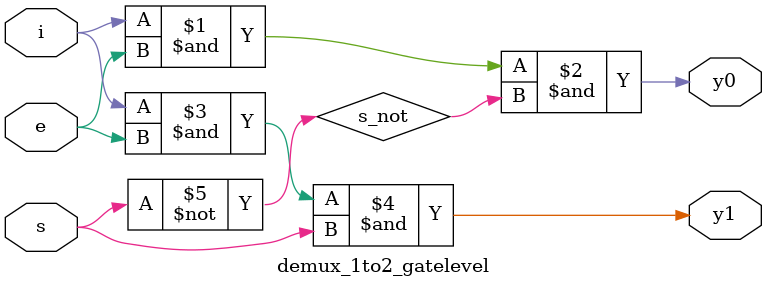
<source format=v>
module demux_1to2_gatelevel (
    input i,e,s, output y0,y1);
wire s_not;
not g0(s_not,s);
and g1(y0,i,e,s_not);
and g2(y1,i,e,s);
endmodule   
</source>
